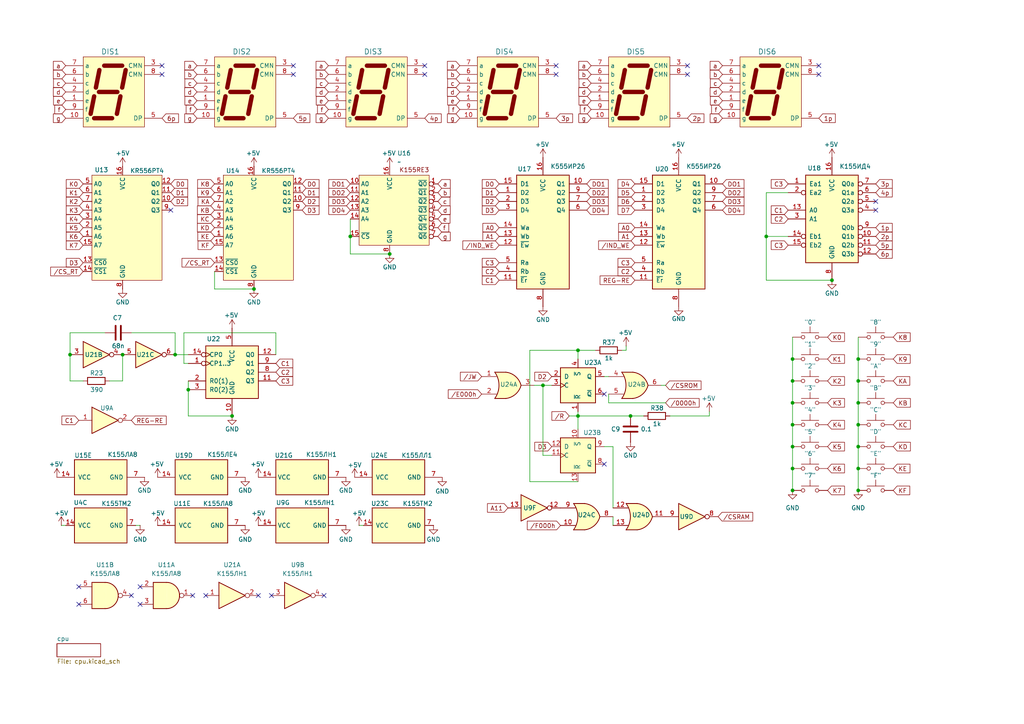
<source format=kicad_sch>
(kicad_sch (version 20231120) (generator "eeschema") (generator_version "8.0")
  (paper "A4")
  (junction (at 157.48 111.76))
  (junction (at 229.87 110.49))
  (junction (at 73.66 83.82))
  (junction (at 248.92 129.54))
  (junction (at 50.8 102.87))
  (junction (at 248.92 116.84))
  (junction (at 167.64 120.65))
  (junction (at 229.87 142.24))
  (junction (at 54.61 113.03))
  (junction (at 113.03 73.66))
  (junction (at 20.32 102.87))
  (junction (at 248.92 123.19))
  (junction (at 229.87 116.84))
  (junction (at 101.6 68.58))
  (junction (at 248.92 142.24))
  (junction (at 229.87 135.89))
  (junction (at 182.88 120.65))
  (junction (at 35.56 102.87))
  (junction (at 222.25 68.58))
  (junction (at 248.92 110.49))
  (junction (at 229.87 104.14))
  (junction (at 241.3 81.28))
  (junction (at 248.92 135.89))
  (junction (at 229.87 123.19))
  (junction (at 229.87 129.54))
  (junction (at 67.31 120.65))
  (junction (at 248.92 104.14))
  (junction (at 167.64 101.6))
  (no_connect (at 85.09 21.59))
  (no_connect (at 40.64 175.26))
  (no_connect (at 123.19 21.59))
  (no_connect (at 78.74 172.72))
  (no_connect (at 38.1 172.72))
  (no_connect (at 59.69 172.72))
  (no_connect (at 22.86 170.18))
  (no_connect (at 46.99 19.05))
  (no_connect (at 237.49 19.05))
  (no_connect (at 199.39 21.59))
  (no_connect (at 161.29 21.59))
  (no_connect (at 123.19 19.05))
  (no_connect (at 74.93 172.72))
  (no_connect (at 175.26 114.3))
  (no_connect (at 254 60.96))
  (no_connect (at 40.64 170.18))
  (no_connect (at 55.88 172.72))
  (no_connect (at 93.98 172.72))
  (no_connect (at 46.99 21.59))
  (no_connect (at 254 58.42))
  (no_connect (at 175.26 134.62))
  (no_connect (at 22.86 175.26))
  (no_connect (at 85.09 19.05))
  (no_connect (at 199.39 19.05))
  (no_connect (at 49.53 60.96))
  (no_connect (at 161.29 19.05))
  (no_connect (at 237.49 21.59))
  (wire (pts (xy 177.8 149.86) (xy 177.8 152.4)))
  (wire (pts (xy 54.61 113.03) (xy 54.61 120.65)))
  (wire (pts (xy 50.8 102.87) (xy 54.61 102.87)))
  (wire (pts (xy 175.26 109.22) (xy 176.53 109.22)))
  (wire (pts (xy 248.92 97.79) (xy 248.92 104.14)))
  (wire (pts (xy 167.64 101.6) (xy 167.64 104.14)))
  (wire (pts (xy 54.61 120.65) (xy 67.31 120.65)))
  (wire (pts (xy 38.1 96.52) (xy 50.8 96.52)))
  (wire (pts (xy 53.34 96.52) (xy 53.34 105.41)))
  (wire (pts (xy 181.61 100.33) (xy 181.61 101.6)))
  (wire (pts (xy 35.56 110.49) (xy 35.56 102.87)))
  (wire (pts (xy 222.25 68.58) (xy 222.25 81.28)))
  (wire (pts (xy 20.32 96.52) (xy 20.32 102.87)))
  (wire (pts (xy 80.01 102.87) (xy 80.01 96.52)))
  (wire (pts (xy 153.67 101.6) (xy 167.64 101.6)))
  (wire (pts (xy 167.64 119.38) (xy 167.64 120.65)))
  (wire (pts (xy 53.34 105.41) (xy 54.61 105.41)))
  (wire (pts (xy 182.88 120.65) (xy 186.69 120.65)))
  (wire (pts (xy 101.6 63.5) (xy 101.6 68.58)))
  (wire (pts (xy 181.61 101.6) (xy 180.34 101.6)))
  (wire (pts (xy 31.75 110.49) (xy 35.56 110.49)))
  (wire (pts (xy 248.92 104.14) (xy 248.92 110.49)))
  (wire (pts (xy 104.14 152.4) (xy 105.41 152.4)))
  (wire (pts (xy 40.64 152.4) (xy 39.37 152.4)))
  (wire (pts (xy 62.23 78.74) (xy 62.23 83.82)))
  (wire (pts (xy 172.72 101.6) (xy 167.64 101.6)))
  (wire (pts (xy 167.64 139.7) (xy 153.67 139.7)))
  (wire (pts (xy 248.92 123.19) (xy 248.92 129.54)))
  (wire (pts (xy 17.78 152.4) (xy 19.05 152.4)))
  (wire (pts (xy 229.87 110.49) (xy 229.87 116.84)))
  (wire (pts (xy 248.92 129.54) (xy 248.92 135.89)))
  (wire (pts (xy 193.04 116.84) (xy 176.53 116.84)))
  (wire (pts (xy 229.87 116.84) (xy 229.87 123.19)))
  (wire (pts (xy 165.1 120.65) (xy 167.64 120.65)))
  (wire (pts (xy 153.67 139.7) (xy 153.67 101.6)))
  (wire (pts (xy 167.64 120.65) (xy 182.88 120.65)))
  (wire (pts (xy 222.25 81.28) (xy 241.3 81.28)))
  (wire (pts (xy 20.32 102.87) (xy 20.32 110.49)))
  (wire (pts (xy 101.6 73.66) (xy 113.03 73.66)))
  (wire (pts (xy 54.61 110.49) (xy 54.61 113.03)))
  (wire (pts (xy 229.87 135.89) (xy 229.87 142.24)))
  (wire (pts (xy 80.01 96.52) (xy 53.34 96.52)))
  (wire (pts (xy 175.26 129.54) (xy 177.8 129.54)))
  (wire (pts (xy 248.92 110.49) (xy 248.92 116.84)))
  (wire (pts (xy 176.53 116.84) (xy 176.53 114.3)))
  (wire (pts (xy 20.32 96.52) (xy 30.48 96.52)))
  (wire (pts (xy 167.64 120.65) (xy 167.64 124.46)))
  (wire (pts (xy 154.94 111.76) (xy 157.48 111.76)))
  (wire (pts (xy 248.92 135.89) (xy 248.92 142.24)))
  (wire (pts (xy 222.25 55.88) (xy 222.25 68.58)))
  (wire (pts (xy 157.48 111.76) (xy 157.48 132.08)))
  (wire (pts (xy 248.92 116.84) (xy 248.92 123.19)))
  (wire (pts (xy 229.87 129.54) (xy 229.87 135.89)))
  (wire (pts (xy 194.31 120.65) (xy 205.74 120.65)))
  (wire (pts (xy 229.87 104.14) (xy 229.87 110.49)))
  (wire (pts (xy 177.8 129.54) (xy 177.8 147.32)))
  (wire (pts (xy 157.48 132.08) (xy 160.02 132.08)))
  (wire (pts (xy 160.02 111.76) (xy 157.48 111.76)))
  (wire (pts (xy 193.04 111.76) (xy 191.77 111.76)))
  (wire (pts (xy 229.87 123.19) (xy 229.87 129.54)))
  (wire (pts (xy 229.87 97.79) (xy 229.87 104.14)))
  (wire (pts (xy 228.6 55.88) (xy 222.25 55.88)))
  (wire (pts (xy 101.6 68.58) (xy 101.6 73.66)))
  (wire (pts (xy 222.25 68.58) (xy 228.6 68.58)))
  (wire (pts (xy 205.74 120.65) (xy 205.74 119.38)))
  (wire (pts (xy 20.32 110.49) (xy 24.13 110.49)))
  (wire (pts (xy 62.23 83.82) (xy 73.66 83.82)))
  (wire (pts (xy 50.8 96.52) (xy 50.8 102.87)))
  (global_label "b" (shape input) (at 57.15 21.59 180) (property "Intersheetrefs" "${INTERSHEET_REFS}" (effects (hide yes))))
  (global_label "D1" (shape input) (at 49.53 55.88 0) (property "Intersheetrefs" "${INTERSHEET_REFS}" (effects (hide yes))))
  (global_label "C2" (shape input) (at 80.01 107.95 0) (property "Intersheetrefs" "${INTERSHEET_REFS}" (effects (hide yes))))
  (global_label "D3" (shape input) (at 160.02 129.54 180) (property "Intersheetrefs" "${INTERSHEET_REFS}" (effects (hide yes))))
  (global_label "a" (shape input) (at 57.15 19.05 180) (property "Intersheetrefs" "${INTERSHEET_REFS}" (effects (hide yes))))
  (global_label "A0" (shape input) (at 184.15 66.04 180) (property "Intersheetrefs" "${INTERSHEET_REFS}" (effects (hide yes))))
  (global_label "KB" (shape input) (at 62.23 60.96 180) (property "Intersheetrefs" "${INTERSHEET_REFS}" (effects (hide yes))))
  (global_label "d" (shape input) (at 133.35 26.67 180) (property "Intersheetrefs" "${INTERSHEET_REFS}" (effects (hide yes))))
  (global_label "e" (shape input) (at 133.35 29.21 180) (property "Intersheetrefs" "${INTERSHEET_REFS}" (effects (hide yes))))
  (global_label "b" (shape input) (at 209.55 21.59 180) (property "Intersheetrefs" "${INTERSHEET_REFS}" (effects (hide yes))))
  (global_label "K6" (shape input) (at 240.03 135.89 0) (property "Intersheetrefs" "${INTERSHEET_REFS}" (effects (hide yes))))
  (global_label "c" (shape input) (at 19.05 24.13 180) (property "Intersheetrefs" "${INTERSHEET_REFS}" (effects (hide yes))))
  (global_label "d" (shape input) (at 57.15 26.67 180) (property "Intersheetrefs" "${INTERSHEET_REFS}" (effects (hide yes))))
  (global_label "4p" (shape input) (at 254 55.88 0) (property "Intersheetrefs" "${INTERSHEET_REFS}" (effects (hide yes))))
  (global_label "D5" (shape input) (at 184.15 55.88 180) (property "Intersheetrefs" "${INTERSHEET_REFS}" (effects (hide yes))))
  (global_label "C3" (shape input) (at 228.6 71.12 180) (property "Intersheetrefs" "${INTERSHEET_REFS}" (effects (hide yes))))
  (global_label "{slash}CSRAM" (shape input) (at 208.28 149.86 0) (property "Intersheetrefs" "${INTERSHEET_REFS}" (effects (hide yes))))
  (global_label "DO2" (shape input) (at 209.55 55.88 0) (property "Intersheetrefs" "${INTERSHEET_REFS}" (effects (hide yes))))
  (global_label "KA" (shape input) (at 259.08 110.49 0) (property "Intersheetrefs" "${INTERSHEET_REFS}" (effects (hide yes))))
  (global_label "C3" (shape input) (at 184.15 76.2 180) (property "Intersheetrefs" "${INTERSHEET_REFS}" (effects (hide yes))))
  (global_label "c" (shape input) (at 171.45 24.13 180) (property "Intersheetrefs" "${INTERSHEET_REFS}" (effects (hide yes))))
  (global_label "D2" (shape input) (at 160.02 109.22 180) (property "Intersheetrefs" "${INTERSHEET_REFS}" (effects (hide yes))))
  (global_label "K3" (shape input) (at 24.13 60.96 180) (property "Intersheetrefs" "${INTERSHEET_REFS}" (effects (hide yes))))
  (global_label "K7" (shape input) (at 24.13 71.12 180) (property "Intersheetrefs" "${INTERSHEET_REFS}" (effects (hide yes))))
  (global_label "e" (shape input) (at 19.05 29.21 180) (property "Intersheetrefs" "${INTERSHEET_REFS}" (effects (hide yes))))
  (global_label "g" (shape input) (at 57.15 34.29 180) (property "Intersheetrefs" "${INTERSHEET_REFS}" (effects (hide yes))))
  (global_label "K9" (shape input) (at 62.23 55.88 180) (property "Intersheetrefs" "${INTERSHEET_REFS}" (effects (hide yes))))
  (global_label "c" (shape input) (at 209.55 24.13 180) (property "Intersheetrefs" "${INTERSHEET_REFS}" (effects (hide yes))))
  (global_label "{slash}CS_RT" (shape input) (at 62.23 76.2 180) (property "Intersheetrefs" "${INTERSHEET_REFS}" (effects (hide yes))))
  (global_label "1p" (shape input) (at 254 66.04 0) (property "Intersheetrefs" "${INTERSHEET_REFS}" (effects (hide yes))))
  (global_label "a" (shape input) (at 127 53.34 0) (property "Intersheetrefs" "${INTERSHEET_REFS}" (effects (hide yes))))
  (global_label "C2" (shape input) (at 184.15 78.74 180) (property "Intersheetrefs" "${INTERSHEET_REFS}" (effects (hide yes))))
  (global_label "C2" (shape input) (at 228.6 63.5 180) (property "Intersheetrefs" "${INTERSHEET_REFS}" (effects (hide yes))))
  (global_label "K9" (shape input) (at 259.08 104.14 0) (property "Intersheetrefs" "${INTERSHEET_REFS}" (effects (hide yes))))
  (global_label "KD" (shape input) (at 259.08 129.54 0) (property "Intersheetrefs" "${INTERSHEET_REFS}" (effects (hide yes))))
  (global_label "{slash}R" (shape input) (at 165.1 120.65 180) (property "Intersheetrefs" "${INTERSHEET_REFS}" (effects (hide yes))))
  (global_label "DO1" (shape input) (at 170.18 53.34 0) (property "Intersheetrefs" "${INTERSHEET_REFS}" (effects (hide yes))))
  (global_label "e" (shape input) (at 171.45 29.21 180) (property "Intersheetrefs" "${INTERSHEET_REFS}" (effects (hide yes))))
  (global_label "d" (shape input) (at 171.45 26.67 180) (property "Intersheetrefs" "${INTERSHEET_REFS}" (effects (hide yes))))
  (global_label "g" (shape input) (at 171.45 34.29 180) (property "Intersheetrefs" "${INTERSHEET_REFS}" (effects (hide yes))))
  (global_label "DO1" (shape input) (at 101.6 53.34 180) (property "Intersheetrefs" "${INTERSHEET_REFS}" (effects (hide yes))))
  (global_label "K8" (shape input) (at 62.23 53.34 180) (property "Intersheetrefs" "${INTERSHEET_REFS}" (effects (hide yes))))
  (global_label "D2" (shape input) (at 144.78 58.42 180) (property "Intersheetrefs" "${INTERSHEET_REFS}" (effects (hide yes))))
  (global_label "e" (shape input) (at 95.25 29.21 180) (property "Intersheetrefs" "${INTERSHEET_REFS}" (effects (hide yes))))
  (global_label "D3" (shape input) (at 24.13 76.2 180) (property "Intersheetrefs" "${INTERSHEET_REFS}" (effects (hide yes))))
  (global_label "A11" (shape input) (at 147.32 147.32 180) (property "Intersheetrefs" "${INTERSHEET_REFS}" (effects (hide yes))))
  (global_label "DO3" (shape input) (at 170.18 58.42 0) (property "Intersheetrefs" "${INTERSHEET_REFS}" (effects (hide yes))))
  (global_label "K2" (shape input) (at 24.13 58.42 180) (property "Intersheetrefs" "${INTERSHEET_REFS}" (effects (hide yes))))
  (global_label "C2" (shape input) (at 144.78 78.74 180) (property "Intersheetrefs" "${INTERSHEET_REFS}" (effects (hide yes))))
  (global_label "D0" (shape input) (at 144.78 53.34 180) (property "Intersheetrefs" "${INTERSHEET_REFS}" (effects (hide yes))))
  (global_label "{slash}E000h" (shape input) (at 139.7 114.3 180) (property "Intersheetrefs" "${INTERSHEET_REFS}" (effects (hide yes))))
  (global_label "e" (shape input) (at 209.55 29.21 180) (property "Intersheetrefs" "${INTERSHEET_REFS}" (effects (hide yes))))
  (global_label "c" (shape input) (at 95.25 24.13 180) (property "Intersheetrefs" "${INTERSHEET_REFS}" (effects (hide yes))))
  (global_label "C3" (shape input) (at 144.78 76.2 180) (property "Intersheetrefs" "${INTERSHEET_REFS}" (effects (hide yes))))
  (global_label "D6" (shape input) (at 184.15 58.42 180) (property "Intersheetrefs" "${INTERSHEET_REFS}" (effects (hide yes))))
  (global_label "DO2" (shape input) (at 101.6 55.88 180) (property "Intersheetrefs" "${INTERSHEET_REFS}" (effects (hide yes))))
  (global_label "DO2" (shape input) (at 170.18 55.88 0) (property "Intersheetrefs" "${INTERSHEET_REFS}" (effects (hide yes))))
  (global_label "g" (shape input) (at 209.55 34.29 180) (property "Intersheetrefs" "${INTERSHEET_REFS}" (effects (hide yes))))
  (global_label "KE" (shape input) (at 62.23 68.58 180) (property "Intersheetrefs" "${INTERSHEET_REFS}" (effects (hide yes))))
  (global_label "C1" (shape input) (at 80.01 105.41 0) (property "Intersheetrefs" "${INTERSHEET_REFS}" (effects (hide yes))))
  (global_label "f" (shape input) (at 133.35 31.75 180) (property "Intersheetrefs" "${INTERSHEET_REFS}" (effects (hide yes))))
  (global_label "D4" (shape input) (at 184.15 53.34 180) (property "Intersheetrefs" "${INTERSHEET_REFS}" (effects (hide yes))))
  (global_label "c" (shape input) (at 133.35 24.13 180) (property "Intersheetrefs" "${INTERSHEET_REFS}" (effects (hide yes))))
  (global_label "D1" (shape input) (at 87.63 55.88 0) (property "Intersheetrefs" "${INTERSHEET_REFS}" (effects (hide yes))))
  (global_label "e" (shape input) (at 127 63.5 0) (property "Intersheetrefs" "${INTERSHEET_REFS}" (effects (hide yes))))
  (global_label "2p" (shape input) (at 254 68.58 0) (property "Intersheetrefs" "${INTERSHEET_REFS}" (effects (hide yes))))
  (global_label "K0" (shape input) (at 240.03 97.79 0) (property "Intersheetrefs" "${INTERSHEET_REFS}" (effects (hide yes))))
  (global_label "KC" (shape input) (at 62.23 63.5 180) (property "Intersheetrefs" "${INTERSHEET_REFS}" (effects (hide yes))))
  (global_label "{slash}CSROM" (shape input) (at 193.04 111.76 0) (property "Intersheetrefs" "${INTERSHEET_REFS}" (effects (hide yes))))
  (global_label "A1" (shape input) (at 144.78 68.58 180) (property "Intersheetrefs" "${INTERSHEET_REFS}" (effects (hide yes))))
  (global_label "K1" (shape input) (at 24.13 55.88 180) (property "Intersheetrefs" "${INTERSHEET_REFS}" (effects (hide yes))))
  (global_label "D1" (shape input) (at 144.78 55.88 180) (property "Intersheetrefs" "${INTERSHEET_REFS}" (effects (hide yes))))
  (global_label "{slash}CS_RT" (shape input) (at 24.13 78.74 180) (property "Intersheetrefs" "${INTERSHEET_REFS}" (effects (hide yes))))
  (global_label "DO4" (shape input) (at 170.18 60.96 0) (property "Intersheetrefs" "${INTERSHEET_REFS}" (effects (hide yes))))
  (global_label "{slash}IND_WE" (shape input) (at 184.15 71.12 180) (property "Intersheetrefs" "${INTERSHEET_REFS}" (effects (hide yes))))
  (global_label "1p" (shape input) (at 237.49 34.29 0) (property "Intersheetrefs" "${INTERSHEET_REFS}" (effects (hide yes))))
  (global_label "D7" (shape input) (at 184.15 60.96 180) (property "Intersheetrefs" "${INTERSHEET_REFS}" (effects (hide yes))))
  (global_label "KA" (shape input) (at 62.23 58.42 180) (property "Intersheetrefs" "${INTERSHEET_REFS}" (effects (hide yes))))
  (global_label "3p" (shape input) (at 254 53.34 0) (property "Intersheetrefs" "${INTERSHEET_REFS}" (effects (hide yes))))
  (global_label "f" (shape input) (at 209.55 31.75 180) (property "Intersheetrefs" "${INTERSHEET_REFS}" (effects (hide yes))))
  (global_label "C1" (shape input) (at 228.6 60.96 180) (property "Intersheetrefs" "${INTERSHEET_REFS}" (effects (hide yes))))
  (global_label "b" (shape input) (at 171.45 21.59 180) (property "Intersheetrefs" "${INTERSHEET_REFS}" (effects (hide yes))))
  (global_label "b" (shape input) (at 127 55.88 0) (property "Intersheetrefs" "${INTERSHEET_REFS}" (effects (hide yes))))
  (global_label "K8" (shape input) (at 259.08 97.79 0) (property "Intersheetrefs" "${INTERSHEET_REFS}" (effects (hide yes))))
  (global_label "K3" (shape input) (at 240.03 116.84 0) (property "Intersheetrefs" "${INTERSHEET_REFS}" (effects (hide yes))))
  (global_label "4p" (shape input) (at 123.19 34.29 0) (property "Intersheetrefs" "${INTERSHEET_REFS}" (effects (hide yes))))
  (global_label "a" (shape input) (at 19.05 19.05 180) (property "Intersheetrefs" "${INTERSHEET_REFS}" (effects (hide yes))))
  (global_label "d" (shape input) (at 95.25 26.67 180) (property "Intersheetrefs" "${INTERSHEET_REFS}" (effects (hide yes))))
  (global_label "K4" (shape input) (at 24.13 63.5 180) (property "Intersheetrefs" "${INTERSHEET_REFS}" (effects (hide yes))))
  (global_label "c" (shape input) (at 127 58.42 0) (property "Intersheetrefs" "${INTERSHEET_REFS}" (effects (hide yes))))
  (global_label "f" (shape input) (at 95.25 31.75 180) (property "Intersheetrefs" "${INTERSHEET_REFS}" (effects (hide yes))))
  (global_label "C3" (shape input) (at 80.01 110.49 0) (property "Intersheetrefs" "${INTERSHEET_REFS}" (effects (hide yes))))
  (global_label "5p" (shape input) (at 254 71.12 0) (property "Intersheetrefs" "${INTERSHEET_REFS}" (effects (hide yes))))
  (global_label "d" (shape input) (at 19.05 26.67 180) (property "Intersheetrefs" "${INTERSHEET_REFS}" (effects (hide yes))))
  (global_label "a" (shape input) (at 95.25 19.05 180) (property "Intersheetrefs" "${INTERSHEET_REFS}" (effects (hide yes))))
  (global_label "KB" (shape input) (at 259.08 116.84 0) (property "Intersheetrefs" "${INTERSHEET_REFS}" (effects (hide yes))))
  (global_label "6p" (shape input) (at 46.99 34.29 0) (property "Intersheetrefs" "${INTERSHEET_REFS}" (effects (hide yes))))
  (global_label "K1" (shape input) (at 240.03 104.14 0) (property "Intersheetrefs" "${INTERSHEET_REFS}" (effects (hide yes))))
  (global_label "C1" (shape input) (at 144.78 81.28 180) (property "Intersheetrefs" "${INTERSHEET_REFS}" (effects (hide yes))))
  (global_label "K0" (shape input) (at 24.13 53.34 180) (property "Intersheetrefs" "${INTERSHEET_REFS}" (effects (hide yes))))
  (global_label "e" (shape input) (at 57.15 29.21 180) (property "Intersheetrefs" "${INTERSHEET_REFS}" (effects (hide yes))))
  (global_label "a" (shape input) (at 133.35 19.05 180) (property "Intersheetrefs" "${INTERSHEET_REFS}" (effects (hide yes))))
  (global_label "b" (shape input) (at 95.25 21.59 180) (property "Intersheetrefs" "${INTERSHEET_REFS}" (effects (hide yes))))
  (global_label "g" (shape input) (at 95.25 34.29 180) (property "Intersheetrefs" "${INTERSHEET_REFS}" (effects (hide yes))))
  (global_label "b" (shape input) (at 133.35 21.59 180) (property "Intersheetrefs" "${INTERSHEET_REFS}" (effects (hide yes))))
  (global_label "c" (shape input) (at 57.15 24.13 180) (property "Intersheetrefs" "${INTERSHEET_REFS}" (effects (hide yes))))
  (global_label "DO4" (shape input) (at 101.6 60.96 180) (property "Intersheetrefs" "${INTERSHEET_REFS}" (effects (hide yes))))
  (global_label "2p" (shape input) (at 199.39 34.29 0) (property "Intersheetrefs" "${INTERSHEET_REFS}" (effects (hide yes))))
  (global_label "f" (shape input) (at 57.15 31.75 180) (property "Intersheetrefs" "${INTERSHEET_REFS}" (effects (hide yes))))
  (global_label "3p" (shape input) (at 161.29 34.29 0) (property "Intersheetrefs" "${INTERSHEET_REFS}" (effects (hide yes))))
  (global_label "C1" (shape input) (at 22.86 121.92 180) (property "Intersheetrefs" "${INTERSHEET_REFS}" (effects (hide yes))))
  (global_label "A0" (shape input) (at 144.78 66.04 180) (property "Intersheetrefs" "${INTERSHEET_REFS}" (effects (hide yes))))
  (global_label "g" (shape input) (at 19.05 34.29 180) (property "Intersheetrefs" "${INTERSHEET_REFS}" (effects (hide yes))))
  (global_label "A1" (shape input) (at 184.15 68.58 180) (property "Intersheetrefs" "${INTERSHEET_REFS}" (effects (hide yes))))
  (global_label "K4" (shape input) (at 240.03 123.19 0) (property "Intersheetrefs" "${INTERSHEET_REFS}" (effects (hide yes))))
  (global_label "REG-RE" (shape input) (at 38.1 121.92 0) (property "Intersheetrefs" "${INTERSHEET_REFS}" (effects (hide yes))))
  (global_label "D0" (shape input) (at 87.63 53.34 0) (property "Intersheetrefs" "${INTERSHEET_REFS}" (effects (hide yes))))
  (global_label "KE" (shape input) (at 259.08 135.89 0) (property "Intersheetrefs" "${INTERSHEET_REFS}" (effects (hide yes))))
  (global_label "a" (shape input) (at 209.55 19.05 180) (property "Intersheetrefs" "${INTERSHEET_REFS}" (effects (hide yes))))
  (global_label "D3" (shape input) (at 144.78 60.96 180) (property "Intersheetrefs" "${INTERSHEET_REFS}" (effects (hide yes))))
  (global_label "5p" (shape input) (at 85.09 34.29 0) (property "Intersheetrefs" "${INTERSHEET_REFS}" (effects (hide yes))))
  (global_label "{slash}0000h" (shape input) (at 193.04 116.84 0) (property "Intersheetrefs" "${INTERSHEET_REFS}" (effects (hide yes))))
  (global_label "b" (shape input) (at 19.05 21.59 180) (property "Intersheetrefs" "${INTERSHEET_REFS}" (effects (hide yes))))
  (global_label "K5" (shape input) (at 240.03 129.54 0) (property "Intersheetrefs" "${INTERSHEET_REFS}" (effects (hide yes))))
  (global_label "KD" (shape input) (at 62.23 66.04 180) (property "Intersheetrefs" "${INTERSHEET_REFS}" (effects (hide yes))))
  (global_label "g" (shape input) (at 127 68.58 0) (property "Intersheetrefs" "${INTERSHEET_REFS}" (effects (hide yes))))
  (global_label "K6" (shape input) (at 24.13 68.58 180) (property "Intersheetrefs" "${INTERSHEET_REFS}" (effects (hide yes))))
  (global_label "d" (shape input) (at 127 60.96 0) (property "Intersheetrefs" "${INTERSHEET_REFS}" (effects (hide yes))))
  (global_label "K2" (shape input) (at 240.03 110.49 0) (property "Intersheetrefs" "${INTERSHEET_REFS}" (effects (hide yes))))
  (global_label "KF" (shape input) (at 259.08 142.24 0) (property "Intersheetrefs" "${INTERSHEET_REFS}" (effects (hide yes))))
  (global_label "K5" (shape input) (at 24.13 66.04 180) (property "Intersheetrefs" "${INTERSHEET_REFS}" (effects (hide yes))))
  (global_label "KF" (shape input) (at 62.23 71.12 180) (property "Intersheetrefs" "${INTERSHEET_REFS}" (effects (hide yes))))
  (global_label "DO4" (shape input) (at 209.55 60.96 0) (property "Intersheetrefs" "${INTERSHEET_REFS}" (effects (hide yes))))
  (global_label "6p" (shape input) (at 254 73.66 0) (property "Intersheetrefs" "${INTERSHEET_REFS}" (effects (hide yes))))
  (global_label "DO1" (shape input) (at 209.55 53.34 0) (property "Intersheetrefs" "${INTERSHEET_REFS}" (effects (hide yes))))
  (global_label "a" (shape input) (at 171.45 19.05 180) (property "Intersheetrefs" "${INTERSHEET_REFS}" (effects (hide yes))))
  (global_label "{slash}IND_WE" (shape input) (at 144.78 71.12 180) (property "Intersheetrefs" "${INTERSHEET_REFS}" (effects (hide yes))))
  (global_label "g" (shape input) (at 133.35 34.29 180) (property "Intersheetrefs" "${INTERSHEET_REFS}" (effects (hide yes))))
  (global_label "d" (shape input) (at 209.55 26.67 180) (property "Intersheetrefs" "${INTERSHEET_REFS}" (effects (hide yes))))
  (global_label "{slash}F000h" (shape input) (at 162.56 152.4 180) (property "Intersheetrefs" "${INTERSHEET_REFS}" (effects (hide yes))))
  (global_label "D2" (shape input) (at 87.63 58.42 0) (property "Intersheetrefs" "${INTERSHEET_REFS}" (effects (hide yes))))
  (global_label "f" (shape input) (at 19.05 31.75 180) (property "Intersheetrefs" "${INTERSHEET_REFS}" (effects (hide yes))))
  (global_label "D0" (shape input) (at 49.53 53.34 0) (property "Intersheetrefs" "${INTERSHEET_REFS}" (effects (hide yes))))
  (global_label "f" (shape input) (at 171.45 31.75 180) (property "Intersheetrefs" "${INTERSHEET_REFS}" (effects (hide yes))))
  (global_label "C3" (shape input) (at 228.6 53.34 180) (property "Intersheetrefs" "${INTERSHEET_REFS}" (effects (hide yes))))
  (global_label "{slash}JW" (shape input) (at 139.7 109.22 180) (property "Intersheetrefs" "${INTERSHEET_REFS}" (effects (hide yes))))
  (global_label "KC" (shape input) (at 259.08 123.19 0) (property "Intersheetrefs" "${INTERSHEET_REFS}" (effects (hide yes))))
  (global_label "DO3" (shape input) (at 101.6 58.42 180) (property "Intersheetrefs" "${INTERSHEET_REFS}" (effects (hide yes))))
  (global_label "REG-RE" (shape input) (at 184.15 81.28 180) (property "Intersheetrefs" "${INTERSHEET_REFS}" (effects (hide yes))))
  (global_label "f" (shape input) (at 127 66.04 0) (property "Intersheetrefs" "${INTERSHEET_REFS}" (effects (hide yes))))
  (global_label "DO3" (shape input) (at 209.55 58.42 0) (property "Intersheetrefs" "${INTERSHEET_REFS}" (effects (hide yes))))
  (global_label "K7" (shape input) (at 240.03 142.24 0) (property "Intersheetrefs" "${INTERSHEET_REFS}" (effects (hide yes))))
  (global_label "D2" (shape input) (at 49.53 58.42 0) (property "Intersheetrefs" "${INTERSHEET_REFS}" (effects (hide yes))))
  (global_label "D3" (shape input) (at 87.63 60.96 0) (property "Intersheetrefs" "${INTERSHEET_REFS}" (effects (hide yes))))
  (symbol (lib_id "power:GND") (at 113.03 73.66 0) (unit 1)
    (property "Reference" "#PWR055" (effects (hide yes)))
    (property "Value" "GND" (at 113.03 77.47 0))
    (property "Description" "Power symbol creates a global label with name \"GND\" , ground" (effects (hide yes)))
  )
  (symbol (lib_id "power:+5V") (at 113.03 48.26 0) (unit 1)
    (property "Reference" "#PWR054" (effects (hide yes)))
    (property "Value" "+5V" (at 112.776 44.45 0))
    (property "Description" "Power symbol creates a global label with name \"+5V\"" (effects (hide yes)))
  )
  (symbol (lib_id "Device:C") (at 34.29 96.52 90) (unit 1)
    (property "Reference" "C7" (at 34.036 92.202 90))
    (property "Value" "68n" (at 34.29 100.33 90))
    (property "Footprint" "Capacitor_THT:C_Radial_D5.0mm_H5.0mm_P2.00mm" (effects (hide yes)))
    (property "Description" "Unpolarized capacitor" (effects (hide yes)))
  )
  (symbol (lib_id "power:GND") (at 35.56 83.82 0) (unit 1)
    (property "Reference" "#PWR045" (effects (hide yes)))
    (property "Value" "GND" (at 35.56 87.63 0))
    (property "Description" "Power symbol creates a global label with name \"GND\" , ground" (effects (hide yes)))
  )
  (symbol (lib_id "74xx:74LS74") (at 167.64 132.08 0) (unit 2)
    (property "Reference" "U23" (at 169.164 125.476 0) (effects (justify left)))
    (property "Value" "K155ТМ2" (effects (hide yes)))
    (property "Footprint" "Package_DIP:DIP-14_W7.62mm_LongPads" (effects (hide yes)))
    (property "Description" "Dual D Flip-flop, Set & Reset" (effects (hide yes)))
    (property "Analog" "7474" (effects (hide yes)))
  )
  (symbol (lib_id "Switch:SW_Push") (at 234.95 135.89 0) (unit 1)
    (property "Reference" "SW9" (effects (hide yes)))
    (property "Value" "\"6\"" (at 234.95 131.572 0))
    (property "Description" "Push button switch, generic, two pins" (effects (hide yes)))
  )
  (symbol (lib_id "power:+5V") (at 102.87 138.43 0) (unit 1)
    (property "Reference" "#PWR075" (effects (hide yes)))
    (property "Value" "+5V" (at 102.87 134.874 0))
    (property "Description" "Power symbol creates a global label with name \"+5V\"" (effects (hide yes)))
  )
  (symbol (lib_id "74xx:74LS74") (at 29.21 152.4 90) (unit 3)
    (property "Reference" "U4" (at 23.368 145.796 90))
    (property "Value" "K155ТМ2" (at 33.782 146.05 90))
    (property "Footprint" "Package_DIP:DIP-14_W7.62mm_LongPads" (effects (hide yes)))
    (property "Description" "Dual D Flip-flop, Set & Reset" (effects (hide yes)))
    (property "Analog" "7474" (effects (hide yes)))
  )
  (symbol (lib_id "74xx:74LS04") (at 87.63 152.4 90) (unit 7)
    (property "Reference" "U9" (at 82.042 145.796 90))
    (property "Value" "K155ЛН1" (at 92.71 145.796 90))
    (property "Footprint" "Package_DIP:DIP-14_W7.62mm_LongPads" (effects (hide yes)))
    (property "Description" "Hex Inverter" (effects (hide yes)))
    (property "Analog" "7404" (effects (hide yes)))
  )
  (symbol (lib_id "power:+5V") (at 74.93 152.4 0) (unit 1)
    (property "Reference" "#PWR065" (effects (hide yes)))
    (property "Value" "+5V" (at 74.93 148.844 0))
    (property "Description" "Power symbol creates a global label with name \"+5V\"" (effects (hide yes)))
  )
  (symbol (lib_id "power:+5V") (at 205.74 119.38 0) (unit 1)
    (property "Reference" "#PWR081" (effects (hide yes)))
    (property "Value" "+5V" (at 205.486 115.57 0))
    (property "Description" "Power symbol creates a global label with name \"+5V\"" (effects (hide yes)))
  )
  (symbol (lib_id "power:GND") (at 241.3 81.28 0) (unit 1)
    (property "Reference" "#PWR063" (effects (hide yes)))
    (property "Value" "GND" (at 241.3 85.09 0))
    (property "Description" "Power symbol creates a global label with name \"GND\" , ground" (effects (hide yes)))
  )
  (symbol (lib_id "74xx:74LS04") (at 87.63 138.43 90) (unit 7)
    (property "Reference" "U21" (at 82.296 132.08 90))
    (property "Value" "K155ЛН1" (at 93.218 131.826 90))
    (property "Footprint" "Package_DIP:DIP-14_W7.62mm_LongPads" (effects (hide yes)))
    (property "Description" "Hex Inverter" (effects (hide yes)))
    (property "Analog" "7404" (effects (hide yes)))
  )
  (symbol (lib_id "power:GND") (at 100.33 152.4 0) (unit 1)
    (property "Reference" "#PWR074" (effects (hide yes)))
    (property "Value" "GND" (at 100.33 156.464 0))
    (property "Description" "Power symbol creates a global label with name \"GND\" , ground" (effects (hide yes)))
  )
  (symbol (lib_id "power:+5V") (at 45.72 138.43 0) (unit 1)
    (property "Reference" "#PWR042" (effects (hide yes)))
    (property "Value" "+5V" (at 45.466 134.62 0))
    (property "Description" "Power symbol creates a global label with name \"+5V\"" (effects (hide yes)))
  )
  (symbol (lib_id "power:+5V") (at 45.72 152.4 0) (unit 1)
    (property "Reference" "#PWR043" (effects (hide yes)))
    (property "Value" "+5V" (at 45.72 148.844 0))
    (property "Description" "Power symbol creates a global label with name \"+5V\"" (effects (hide yes)))
  )
  (symbol (lib_id "User:HDSP-5503") (at 222.25 26.67 0) (unit 1)
    (property "Reference" "DIS6" (at 222.504 14.986 0) (effects (font (size 1.524 1.524))))
    (property "Value" "HDSP-5503" (effects (hide yes)))
    (property "Description" "7 segments display, 10 pin, Common Cathode, High Efficiency Red" (effects (hide yes)))
  )
  (symbol (lib_id "power:GND") (at 196.85 88.9 0) (unit 1)
    (property "Reference" "#PWR059" (effects (hide yes)))
    (property "Value" "GND" (at 196.85 92.456 0))
    (property "Description" "Power symbol creates a global label with name \"GND\" , ground" (effects (hide yes)))
  )
  (symbol (lib_id "power:+5V") (at 17.78 152.4 0) (unit 1)
    (property "Reference" "#PWR023" (effects (hide yes)))
    (property "Value" "+5V" (at 17.78 148.844 0))
    (property "Description" "Power symbol creates a global label with name \"+5V\"" (effects (hide yes)))
  )
  (symbol (lib_id "Switch:SW_Push") (at 254 129.54 0) (unit 1)
    (property "Reference" "SW16" (effects (hide yes)))
    (property "Value" "\"D\"" (at 254 125.222 0))
    (property "Description" "Push button switch, generic, two pins" (effects (hide yes)))
  )
  (symbol (lib_id "Switch:SW_Push") (at 254 142.24 0) (unit 1)
    (property "Reference" "SW18" (effects (hide yes)))
    (property "Value" "\"F\"" (at 254 137.922 0))
    (property "Description" "Push button switch, generic, two pins" (effects (hide yes)))
  )
  (symbol (lib_id "74xx:74LS01") (at 58.42 152.4 90) (unit 5)
    (property "Reference" "U11" (at 52.832 146.05 90))
    (property "Value" "K155ЛА8" (at 63.246 146.05 90))
    (property "Footprint" "Package_DIP:DIP-14_W7.62mm_LongPads" (effects (hide yes)))
    (property "Description" "quad 2-input NAND gate, open collector outputs NRND" (effects (hide yes)))
    (property "Analog" "7401" (effects (hide yes)))
  )
  (symbol (lib_id "User:HDSP-5503") (at 31.75 26.67 0) (unit 1)
    (property "Reference" "DIS1" (at 32.004 14.986 0) (effects (font (size 1.524 1.524))))
    (property "Value" "HDSP-5503" (effects (hide yes)))
    (property "Description" "7 segments display, 10 pin, Common Cathode, High Efficiency Red" (effects (hide yes)))
  )
  (symbol (lib_id "Switch:SW_Push") (at 234.95 142.24 0) (unit 1)
    (property "Reference" "SW10" (effects (hide yes)))
    (property "Value" "\"7\"" (at 234.95 137.922 0))
    (property "Description" "Push button switch, generic, two pins" (effects (hide yes)))
  )
  (symbol (lib_id "Device:R") (at 27.94 110.49 90) (unit 1)
    (property "Reference" "R23" (at 29.972 108.204 90) (effects (justify left)))
    (property "Value" "390" (at 29.972 113.03 90) (effects (justify left)))
    (property "Footprint" "Resistor_THT:R_Axial_DIN0204_L3.6mm_D1.6mm_P5.08mm_Horizontal" (effects (hide yes)))
    (property "Description" "Resistor" (effects (hide yes)))
  )
  (symbol (lib_id "power:GND") (at 40.64 152.4 0) (unit 1)
    (property "Reference" "#PWR040" (effects (hide yes)))
    (property "Value" "GND" (at 40.64 156.464 0))
    (property "Description" "Power symbol creates a global label with name \"GND\" , ground" (effects (hide yes)))
  )
  (symbol (lib_id "power:GND") (at 100.33 138.43 0) (unit 1)
    (property "Reference" "#PWR073" (effects (hide yes)))
    (property "Value" "GND" (at 100.33 142.24 0))
    (property "Description" "Power symbol creates a global label with name \"GND\" , ground" (effects (hide yes)))
  )
  (symbol (lib_id "74xx:74LS32") (at 170.18 149.86 0) (unit 3)
    (property "Reference" "U24" (at 170.18 149.352 0))
    (property "Value" "K155ЛЛ1" (effects (hide yes)))
    (property "Footprint" "Package_DIP:DIP-14_W7.62mm_LongPads" (effects (hide yes)))
    (property "Description" "Quad 2-input OR" (effects (hide yes)))
    (property "Analog" "7432" (effects (hide yes)))
  )
  (symbol (lib_id "power:GND") (at 125.73 152.4 0) (unit 1)
    (property "Reference" "#PWR077" (effects (hide yes)))
    (property "Value" "GND" (at 125.73 156.464 0))
    (property "Description" "Power symbol creates a global label with name \"GND\" , ground" (effects (hide yes)))
  )
  (symbol (lib_id "Device:R") (at 190.5 120.65 90) (unit 1)
    (property "Reference" "R38" (at 192.532 118.364 90) (effects (justify left)))
    (property "Value" "1k" (at 191.77 122.936 90) (effects (justify left)))
    (property "Footprint" "Resistor_THT:R_Axial_DIN0204_L3.6mm_D1.6mm_P5.08mm_Horizontal" (effects (hide yes)))
    (property "Description" "Resistor" (effects (hide yes)))
  )
  (symbol (lib_id "74xx:74LS32") (at 115.57 138.43 90) (unit 5)
    (property "Reference" "U24" (at 109.982 132.08 90))
    (property "Value" "K155ЛЛ1" (at 120.904 132.08 90))
    (property "Footprint" "Package_DIP:DIP-14_W7.62mm_LongPads" (effects (hide yes)))
    (property "Description" "Quad 2-input OR" (effects (hide yes)))
    (property "Analog" "7432" (effects (hide yes)))
  )
  (symbol (lib_id "74xx:74LS32") (at 184.15 111.76 0) (unit 2)
    (property "Reference" "U24" (at 184.658 111.506 0))
    (property "Value" "K155ЛЛ1" (effects (hide yes)))
    (property "Footprint" "Package_DIP:DIP-14_W7.62mm_LongPads" (effects (hide yes)))
    (property "Description" "Quad 2-input OR" (effects (hide yes)))
    (property "Analog" "7432" (effects (hide yes)))
  )
  (symbol (lib_id "74xx:74LS32") (at 185.42 149.86 0) (unit 4)
    (property "Reference" "U24" (at 185.928 149.352 0))
    (property "Value" "K155ЛЛ1" (effects (hide yes)))
    (property "Footprint" "Package_DIP:DIP-14_W7.62mm_LongPads" (effects (hide yes)))
    (property "Description" "Quad 2-input OR" (effects (hide yes)))
    (property "Analog" "7432" (effects (hide yes)))
  )
  (symbol (lib_id "power:+5V") (at 73.66 48.26 0) (unit 1)
    (property "Reference" "#PWR046" (effects (hide yes)))
    (property "Value" "+5V" (at 73.406 44.45 0))
    (property "Description" "Power symbol creates a global label with name \"+5V\"" (effects (hide yes)))
  )
  (symbol (lib_id "User:HDSP-5503") (at 184.15 26.67 0) (unit 1)
    (property "Reference" "DIS5" (at 184.404 14.986 0) (effects (font (size 1.524 1.524))))
    (property "Value" "HDSP-5503" (effects (hide yes)))
    (property "Description" "7 segments display, 10 pin, Common Cathode, High Efficiency Red" (effects (hide yes)))
  )
  (symbol (lib_id "Switch:SW_Push") (at 254 116.84 0) (unit 1)
    (property "Reference" "SW14" (effects (hide yes)))
    (property "Value" "\"B\"" (at 254 112.522 0))
    (property "Description" "Push button switch, generic, two pins" (effects (hide yes)))
  )
  (symbol (lib_id "74xx:74LS01") (at 30.48 172.72 0) (unit 2)
    (property "Reference" "U11" (at 30.4717 163.83 0))
    (property "Value" "K155ЛА8" (at 30.4717 166.37 0))
    (property "Footprint" "Package_DIP:DIP-14_W7.62mm_LongPads" (effects (hide yes)))
    (property "Description" "quad 2-input NAND gate, open collector outputs NRND" (effects (hide yes)))
    (property "Analog" "7401" (effects (hide yes)))
  )
  (symbol (lib_id "power:+5V") (at 181.61 100.33 0) (unit 1)
    (property "Reference" "#PWR079" (effects (hide yes)))
    (property "Value" "+5V" (at 181.356 96.52 0))
    (property "Description" "Power symbol creates a global label with name \"+5V\"" (effects (hide yes)))
  )
  (symbol (lib_id "74xx:74LS04") (at 86.36 172.72 0) (unit 2)
    (property "Reference" "U9" (at 86.36 163.83 0))
    (property "Value" "K155ЛН1" (at 86.36 166.37 0))
    (property "Footprint" "Package_DIP:DIP-14_W7.62mm_LongPads" (effects (hide yes)))
    (property "Description" "Hex Inverter" (effects (hide yes)))
    (property "Analog" "7404" (effects (hide yes)))
  )
  (symbol (lib_id "User:HDSP-5503") (at 107.95 26.67 0) (unit 1)
    (property "Reference" "DIS3" (at 108.204 14.986 0) (effects (font (size 1.524 1.524))))
    (property "Value" "HDSP-5503" (effects (hide yes)))
    (property "Description" "7 segments display, 10 pin, Common Cathode, High Efficiency Red" (effects (hide yes)))
  )
  (symbol (lib_id "power:+5V") (at 241.3 45.72 0) (unit 1)
    (property "Reference" "#PWR062" (effects (hide yes)))
    (property "Value" "+5V" (at 241.046 41.91 0))
    (property "Description" "Power symbol creates a global label with name \"+5V\"" (effects (hide yes)))
  )
  (symbol (lib_id "power:GND") (at 71.12 152.4 0) (unit 1)
    (property "Reference" "#PWR061" (effects (hide yes)))
    (property "Value" "GND" (at 71.12 156.464 0))
    (property "Description" "Power symbol creates a global label with name \"GND\" , ground" (effects (hide yes)))
  )
  (symbol (lib_id "power:GND") (at 71.12 138.43 0) (unit 1)
    (property "Reference" "#PWR060" (effects (hide yes)))
    (property "Value" "GND" (at 71.12 142.24 0))
    (property "Description" "Power symbol creates a global label with name \"GND\" , ground" (effects (hide yes)))
  )
  (symbol (lib_id "power:GND") (at 182.88 128.27 0) (unit 1)
    (property "Reference" "#PWR080" (effects (hide yes)))
    (property "Value" "GND" (at 182.88 132.08 0))
    (property "Description" "Power symbol creates a global label with name \"GND\" , ground" (effects (hide yes)))
  )
  (symbol (lib_id "Switch:SW_Push") (at 234.95 97.79 0) (unit 1)
    (property "Reference" "SW3" (effects (hide yes)))
    (property "Value" "\"0\"" (at 234.95 93.472 0))
    (property "Description" "Push button switch, generic, two pins" (effects (hide yes)))
  )
  (symbol (lib_id "User:kr556rt4") (at 73.66 49.53 0) (unit 1)
    (property "Reference" "U14" (at 65.532 49.53 0) (effects (justify left)))
    (property "Value" "KR556РТ4" (at 75.8541 49.53 0) (effects (justify left)))
    (property "Footprint" "Package_DIP:DIP-16_W7.62mm_LongPads" (effects (hide yes)))
  )
  (symbol (lib_id "power:+5V") (at 196.85 45.72 0) (unit 1)
    (property "Reference" "#PWR058" (effects (hide yes)))
    (property "Value" "+5V" (at 196.596 41.91 0))
    (property "Description" "Power symbol creates a global label with name \"+5V\"" (effects (hide yes)))
  )
  (symbol (lib_id "User:HDSP-5503") (at 69.85 26.67 0) (unit 1)
    (property "Reference" "DIS2" (at 70.104 14.986 0) (effects (font (size 1.524 1.524))))
    (property "Value" "HDSP-5503" (effects (hide yes)))
    (property "Description" "7 segments display, 10 pin, Common Cathode, High Efficiency Red" (effects (hide yes)))
  )
  (symbol (lib_id "74xx:74LS27") (at 58.42 138.43 90) (unit 4)
    (property "Reference" "U19" (at 53.34 132.08 90))
    (property "Value" "K155ЛЕ4" (at 64.516 131.826 90))
    (property "Footprint" "Package_DIP:DIP-14_W7.62mm_LongPads" (effects (hide yes)))
    (property "Description" "Triple 3-input NOR" (effects (hide yes)))
    (property "Analog" "7427" (effects (hide yes)))
  )
  (symbol (lib_id "74xx:74LS04") (at 27.94 102.87 0) (unit 2)
    (property "Reference" "U21" (at 27.178 102.87 0))
    (property "Value" "K155ЛН1" (effects (hide yes)))
    (property "Footprint" "Package_DIP:DIP-14_W7.62mm_LongPads" (effects (hide yes)))
    (property "Description" "Hex Inverter" (effects (hide yes)))
    (property "Analog" "7404" (effects (hide yes)))
  )
  (symbol (lib_id "power:+5V") (at 16.51 138.43 0) (unit 1)
    (property "Reference" "#PWR022" (effects (hide yes)))
    (property "Value" "+5V" (at 16.256 134.62 0))
    (property "Description" "Power symbol creates a global label with name \"+5V\"" (effects (hide yes)))
  )
  (symbol (lib_id "Switch:SW_Push") (at 254 123.19 0) (unit 1)
    (property "Reference" "SW15" (effects (hide yes)))
    (property "Value" "\"C\"" (at 254 118.872 0))
    (property "Description" "Push button switch, generic, two pins" (effects (hide yes)))
  )
  (symbol (lib_id "74xx:74LS670") (at 157.48 66.04 0) (unit 1)
    (property "Reference" "U17" (at 150.114 49.022 0) (effects (justify left)))
    (property "Value" "K555ИР26" (at 159.6741 48.26 0) (effects (justify left)))
    (property "Footprint" "Package_DIP:DIP-16_W7.62mm_LongPads" (effects (hide yes)))
    (property "Datasheet" "http://www.ti.com/lit/gpn/sn74LS670" (effects (hide yes)))
    (property "Description" "4 x 4 Register Files 3-State Outputs" (effects (hide yes)))
    (property "Analog" "74LS670" (effects (hide yes)))
  )
  (symbol (lib_id "74xx:74LS04") (at 67.31 172.72 0) (unit 1)
    (property "Reference" "U21" (at 67.31 163.83 0))
    (property "Value" "K155ЛН1" (at 67.31 166.37 0))
    (property "Footprint" "Package_DIP:DIP-14_W7.62mm_LongPads" (effects (hide yes)))
    (property "Description" "Hex Inverter" (effects (hide yes)))
    (property "Analog" "7404" (effects (hide yes)))
  )
  (symbol (lib_id "Switch:SW_Push") (at 234.95 110.49 0) (unit 1)
    (property "Reference" "SW5" (effects (hide yes)))
    (property "Value" "\"2\"" (at 234.95 106.172 0))
    (property "Description" "Push button switch, generic, two pins" (effects (hide yes)))
  )
  (symbol (lib_id "Switch:SW_Push") (at 234.95 123.19 0) (unit 1)
    (property "Reference" "SW7" (effects (hide yes)))
    (property "Value" "\"4\"" (at 234.95 118.872 0))
    (property "Description" "Push button switch, generic, two pins" (effects (hide yes)))
  )
  (symbol (lib_id "74xx:74LS670") (at 196.85 66.04 0) (unit 1)
    (property "Reference" "U20" (at 189.992 49.022 0) (effects (justify left)))
    (property "Value" "K555ИР26" (at 199.0441 48.26 0) (effects (justify left)))
    (property "Footprint" "Package_DIP:DIP-16_W7.62mm_LongPads" (effects (hide yes)))
    (property "Datasheet" "http://www.ti.com/lit/gpn/sn74LS670" (effects (hide yes)))
    (property "Description" "4 x 4 Register Files 3-State Outputs" (effects (hide yes)))
    (property "Analog" "74LS670" (effects (hide yes)))
  )
  (symbol (lib_id "power:GND") (at 229.87 142.24 0) (unit 1)
    (property "Reference" "#PWR049" (effects (hide yes)))
    (property "Value" "GND" (at 229.87 147.32 0))
    (property "Description" "Power symbol creates a global label with name \"GND\" , ground" (effects (hide yes)))
  )
  (symbol (lib_id "power:+5V") (at 35.56 48.26 0) (unit 1)
    (property "Reference" "#PWR044" (effects (hide yes)))
    (property "Value" "+5V" (at 35.56 44.45 0))
    (property "Description" "Power symbol creates a global label with name \"+5V\"" (effects (hide yes)))
  )
  (symbol (lib_id "Switch:SW_Push") (at 254 104.14 0) (unit 1)
    (property "Reference" "SW12" (effects (hide yes)))
    (property "Value" "\"9\"" (at 254 99.822 0))
    (property "Description" "Push button switch, generic, two pins" (effects (hide yes)))
  )
  (symbol (lib_id "74xx:74LS04") (at 200.66 149.86 0) (unit 4)
    (property "Reference" "U9" (at 199.136 149.86 0))
    (property "Value" "K155ЛН1" (effects (hide yes)))
    (property "Footprint" "Package_DIP:DIP-14_W7.62mm_LongPads" (effects (hide yes)))
    (property "Description" "Hex Inverter" (effects (hide yes)))
    (property "Analog" "7404" (effects (hide yes)))
  )
  (symbol (lib_id "74xx:74LS74") (at 167.64 111.76 0) (unit 1)
    (property "Reference" "U23" (at 169.418 105.156 0) (effects (justify left)))
    (property "Value" "K155ТМ2" (effects (hide yes)))
    (property "Footprint" "Package_DIP:DIP-14_W7.62mm_LongPads" (effects (hide yes)))
    (property "Description" "Dual D Flip-flop, Set & Reset" (effects (hide yes)))
    (property "Analog" "7474" (effects (hide yes)))
  )
  (symbol (lib_id "power:GND") (at 157.48 88.9 0) (unit 1)
    (property "Reference" "#PWR057" (effects (hide yes)))
    (property "Value" "GND" (at 157.48 92.71 0))
    (property "Description" "Power symbol creates a global label with name \"GND\" , ground" (effects (hide yes)))
  )
  (symbol (lib_id "power:GND") (at 73.66 83.82 0) (unit 1)
    (property "Reference" "#PWR047" (effects (hide yes)))
    (property "Value" "GND" (at 73.66 87.63 0))
    (property "Description" "Power symbol creates a global label with name \"GND\" , ground" (effects (hide yes)))
  )
  (symbol (lib_id "74xx:74LS01") (at 48.26 172.72 0) (unit 1)
    (property "Reference" "U11" (at 48.2517 163.83 0))
    (property "Value" "K155ЛА8" (at 48.2517 166.37 0))
    (property "Footprint" "Package_DIP:DIP-14_W7.62mm_LongPads" (effects (hide yes)))
    (property "Description" "quad 2-input NAND gate, open collector outputs NRND" (effects (hide yes)))
    (property "Analog" "7401" (effects (hide yes)))
  )
  (symbol (lib_id "74xx:74LS32") (at 147.32 111.76 0) (unit 1)
    (property "Reference" "U24" (at 147.574 111.506 0))
    (property "Value" "K155ЛЛ1" (effects (hide yes)))
    (property "Footprint" "Package_DIP:DIP-14_W7.62mm_LongPads" (effects (hide yes)))
    (property "Description" "Quad 2-input OR" (effects (hide yes)))
    (property "Analog" "7432" (effects (hide yes)))
  )
  (symbol (lib_id "Switch:SW_Push") (at 254 97.79 0) (unit 1)
    (property "Reference" "SW11" (effects (hide yes)))
    (property "Value" "\"8\"" (at 254 93.472 0))
    (property "Description" "Push button switch, generic, two pins" (effects (hide yes)))
  )
  (symbol (lib_id "power:GND") (at 248.92 142.24 0) (unit 1)
    (property "Reference" "#PWR050" (effects (hide yes)))
    (property "Value" "GND" (at 248.92 147.32 0))
    (property "Description" "Power symbol creates a global label with name \"GND\" , ground" (effects (hide yes)))
  )
  (symbol (lib_id "power:+5V") (at 157.48 45.72 0) (unit 1)
    (property "Reference" "#PWR056" (effects (hide yes)))
    (property "Value" "+5V" (at 157.226 41.91 0))
    (property "Description" "Power symbol creates a global label with name \"+5V\"" (effects (hide yes)))
  )
  (symbol (lib_id "Switch:SW_Push") (at 234.95 129.54 0) (unit 1)
    (property "Reference" "SW8" (effects (hide yes)))
    (property "Value" "\"5\"" (at 234.95 125.222 0))
    (property "Description" "Push button switch, generic, two pins" (effects (hide yes)))
  )
  (symbol (lib_id "Switch:SW_Push") (at 234.95 116.84 0) (unit 1)
    (property "Reference" "SW6" (effects (hide yes)))
    (property "Value" "\"3\"" (at 234.95 112.522 0))
    (property "Description" "Push button switch, generic, two pins" (effects (hide yes)))
  )
  (symbol (lib_id "power:+5V") (at 67.31 95.25 0) (unit 1)
    (property "Reference" "#PWR071" (effects (hide yes)))
    (property "Value" "+5V" (at 67.056 91.44 0))
    (property "Description" "Power symbol creates a global label with name \"+5V\"" (effects (hide yes)))
  )
  (symbol (lib_id "74xx:74LS93") (at 67.31 107.95 0) (unit 1)
    (property "Reference" "U22" (at 59.944 98.298 0) (effects (justify left)))
    (property "Value" "K155ИЕ5" (effects (hide yes)))
    (property "Footprint" "Package_DIP:DIP-14_W7.62mm_LongPads" (effects (hide yes)))
    (property "Description" "Divide by 2 & 8 counter" (effects (hide yes)))
    (property "Analog" "7493" (effects (hide yes)))
  )
  (symbol (lib_id "power:GND") (at 41.91 138.43 0) (unit 1)
    (property "Reference" "#PWR041" (effects (hide yes)))
    (property "Value" "GND" (at 41.91 142.24 0))
    (property "Description" "Power symbol creates a global label with name \"GND\" , ground" (effects (hide yes)))
  )
  (symbol (lib_id "power:+5V") (at 104.14 152.4 0) (unit 1)
    (property "Reference" "#PWR076" (effects (hide yes)))
    (property "Value" "+5V" (at 104.14 148.844 0))
    (property "Description" "Power symbol creates a global label with name \"+5V\"" (effects (hide yes)))
  )
  (symbol (lib_id "power:GND") (at 67.31 120.65 0) (unit 1)
    (property "Reference" "#PWR072" (effects (hide yes)))
    (property "Value" "GND" (at 67.31 124.46 0))
    (property "Description" "Power symbol creates a global label with name \"GND\" , ground" (effects (hide yes)))
  )
  (symbol (lib_id "74xx:74LS04") (at 154.94 147.32 0) (unit 6)
    (property "Reference" "U9" (at 153.67 147.32 0))
    (property "Value" "K155ЛН1" (effects (hide yes)))
    (property "Footprint" "Package_DIP:DIP-14_W7.62mm_LongPads" (effects (hide yes)))
    (property "Description" "Hex Inverter" (effects (hide yes)))
    (property "Analog" "7404" (effects (hide yes)))
  )
  (symbol (lib_id "User:k155re3") (at 113.03 46.99 0) (unit 1)
    (property "Reference" "U16" (at 115.2241 44.45 0) (effects (justify left)))
    (property "Value" "~" (at 115.2241 46.99 0) (effects (justify left)))
  )
  (symbol (lib_id "Switch:SW_Push") (at 254 135.89 0) (unit 1)
    (property "Reference" "SW17" (effects (hide yes)))
    (property "Value" "\"E\"" (at 254 131.572 0))
    (property "Description" "Push button switch, generic, two pins" (effects (hide yes)))
  )
  (symbol (lib_id "74xx:74LS74") (at 115.57 152.4 90) (unit 3)
    (property "Reference" "U23" (at 110.236 146.05 90))
    (property "Value" "K155ТМ2" (at 121.158 146.05 90))
    (property "Footprint" "Package_DIP:DIP-14_W7.62mm_LongPads" (effects (hide yes)))
    (property "Description" "Dual D Flip-flop, Set & Reset" (effects (hide yes)))
    (property "Analog" "7474" (effects (hide yes)))
  )
  (symbol (lib_id "Device:R") (at 176.53 101.6 90) (unit 1)
    (property "Reference" "R37" (at 178.562 99.314 90) (effects (justify left)))
    (property "Value" "1k" (at 177.8 103.886 90) (effects (justify left)))
    (property "Footprint" "Resistor_THT:R_Axial_DIN0204_L3.6mm_D1.6mm_P5.08mm_Horizontal" (effects (hide yes)))
    (property "Description" "Resistor" (effects (hide yes)))
  )
  (symbol (lib_id "Switch:SW_Push") (at 254 110.49 0) (unit 1)
    (property "Reference" "SW13" (effects (hide yes)))
    (property "Value" "\"A\"" (at 254 106.172 0))
    (property "Description" "Push button switch, generic, two pins" (effects (hide yes)))
  )
  (symbol (lib_id "Switch:SW_Push") (at 234.95 104.14 0) (unit 1)
    (property "Reference" "SW4" (effects (hide yes)))
    (property "Value" "\"1\"" (at 234.95 99.822 0))
    (property "Description" "Push button switch, generic, two pins" (effects (hide yes)))
  )
  (symbol (lib_id "74xx:74LS04") (at 30.48 121.92 0) (unit 1)
    (property "Reference" "U9" (at 30.988 118.364 0))
    (property "Value" "K155ЛН1" (effects (hide yes)))
    (property "Footprint" "Package_DIP:DIP-14_W7.62mm_LongPads" (effects (hide yes)))
    (property "Description" "Hex Inverter" (effects (hide yes)))
    (property "Analog" "7404" (effects (hide yes)))
  )
  (symbol (lib_id "74xx:74LS155") (at 241.3 63.5 0) (unit 1)
    (property "Reference" "U18" (at 234.188 48.768 0) (effects (justify left)))
    (property "Value" "K155ИД4" (at 243.4941 48.26 0) (effects (justify left)))
    (property "Footprint" "Package_DIP:DIP-16_W7.62mm_LongPads" (effects (hide yes)))
    (property "Description" "Dual 2 to 4 lines Decoder/Demultiplexer" (effects (hide yes)))
    (property "Analog" "74155" (effects (hide yes)))
  )
  (symbol (lib_id "74xx:74LS04") (at 43.18 102.87 0) (unit 3)
    (property "Reference" "U21" (at 42.164 102.87 0))
    (property "Value" "K155ЛН1" (effects (hide yes)))
    (property "Footprint" "Package_DIP:DIP-14_W7.62mm_LongPads" (effects (hide yes)))
    (property "Description" "Hex Inverter" (effects (hide yes)))
    (property "Analog" "7404" (effects (hide yes)))
  )
  (symbol (lib_id "74xx:74LS01") (at 29.21 138.43 90) (unit 5)
    (property "Reference" "U15" (at 24.13 132.08 90))
    (property "Value" "K155ЛА8" (at 35.56 131.826 90))
    (property "Footprint" "Package_DIP:DIP-14_W7.62mm_LongPads" (effects (hide yes)))
    (property "Description" "quad 2-input NAND gate, open collector outputs NRND" (effects (hide yes)))
    (property "Analog" "7401" (effects (hide yes)))
  )
  (symbol (lib_id "User:kr556rt4") (at 35.56 49.53 0) (unit 1)
    (property "Reference" "U13" (at 27.432 49.276 0) (effects (justify left)))
    (property "Value" "KR556РТ4" (at 37.7541 49.53 0) (effects (justify left)))
    (property "Footprint" "Package_DIP:DIP-16_W7.62mm_LongPads" (effects (hide yes)))
  )
  (symbol (lib_id "Device:C") (at 182.88 124.46 180) (unit 1)
    (property "Reference" "C9" (at 178.562 124.46 0))
    (property "Value" "0.1" (at 187.452 124.46 0))
    (property "Footprint" "Capacitor_THT:C_Radial_D5.0mm_H5.0mm_P2.00mm" (effects (hide yes)))
    (property "Description" "Unpolarized capacitor" (effects (hide yes)))
  )
  (symbol (lib_id "power:GND") (at 128.27 138.43 0) (unit 1)
    (property "Reference" "#PWR078" (effects (hide yes)))
    (property "Value" "GND" (at 128.27 142.494 0))
    (property "Description" "Power symbol creates a global label with name \"GND\" , ground" (effects (hide yes)))
  )
  (symbol (lib_id "power:+5V") (at 74.93 138.43 0) (unit 1)
    (property "Reference" "#PWR064" (effects (hide yes)))
    (property "Value" "+5V" (at 74.676 134.62 0))
    (property "Description" "Power symbol creates a global label with name \"+5V\"" (effects (hide yes)))
  )
  (symbol (lib_id "User:HDSP-5503") (at 146.05 26.67 0) (unit 1)
    (property "Reference" "DIS4" (at 146.304 14.986 0) (effects (font (size 1.524 1.524))))
    (property "Value" "HDSP-5503" (effects (hide yes)))
    (property "Description" "7 segments display, 10 pin, Common Cathode, High Efficiency Red" (effects (hide yes)))
  )
  (sheet (at 16.51 186.69) (size 12.7 3.81) (stroke (width 0.1524))
    (property "Sheetname" "cpu" (at 16.51 185.9784 0) (effects (justify left bottom)))
    (property "Sheetfile" "cpu.kicad_sch" (at 16.51 191.0846 0) (effects (justify left top)))
  )
)
</source>
